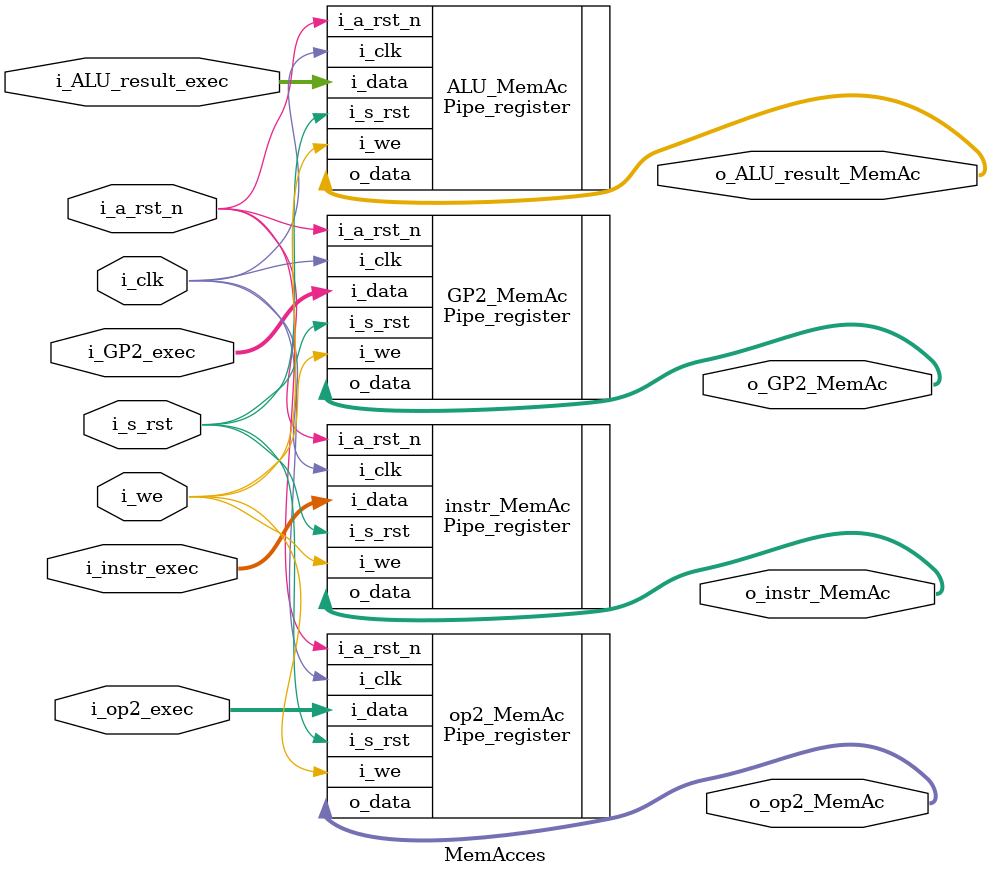
<source format=v>
module MemAcces(i_clk,
                i_a_rst_n,
                i_s_rst,
                i_we,
                i_instr_exec,
                i_op2_exec,
                i_ALU_result_exec,
                o_instr_MemAc,
                o_op2_MemAc,
                o_ALU_result_MemAc,
                i_GP2_exec,
                o_GP2_MemAc
                );
              

input   [31:0]  i_instr_exec,  i_op2_exec,  i_ALU_result_exec, i_GP2_exec;
input           i_clk, 
                i_a_rst_n, 
                i_s_rst, 
                i_we;
output  [31:0]  o_instr_MemAc, o_op2_MemAc, o_ALU_result_MemAc, o_GP2_MemAc;

Pipe_register 
#(.WIDTH(32)) instr_MemAc(.i_clk       (i_clk),
                          .i_a_rst_n   (i_a_rst_n),
                          .i_s_rst     (i_s_rst),
                          .i_we        (i_we),
                          .i_data      (i_instr_exec),
                          .o_data      (o_instr_MemAc)
                        );

Pipe_register 
#(.WIDTH(32)) op2_MemAc(  .i_clk       (i_clk),
                          .i_a_rst_n   (i_a_rst_n),
                          .i_s_rst     (i_s_rst),
                          .i_we        (i_we),
                          .i_data      (i_op2_exec),
                          .o_data      (o_op2_MemAc)
                       );

Pipe_register 
#(.WIDTH(32)) ALU_MemAc(  .i_clk       (i_clk),
                          .i_a_rst_n   (i_a_rst_n),
                          .i_s_rst     (i_s_rst),
                          .i_we        (i_we),
                          .i_data      (i_ALU_result_exec),
                          .o_data      (o_ALU_result_MemAc)
                       );

Pipe_register 
#(.WIDTH(32)) GP2_MemAc(  .i_clk       (i_clk),
                          .i_a_rst_n   (i_a_rst_n),
                          .i_s_rst     (i_s_rst),
                          .i_we        (i_we),
                          .i_data      (i_GP2_exec),
                          .o_data      (o_GP2_MemAc)
                       );
endmodule



</source>
